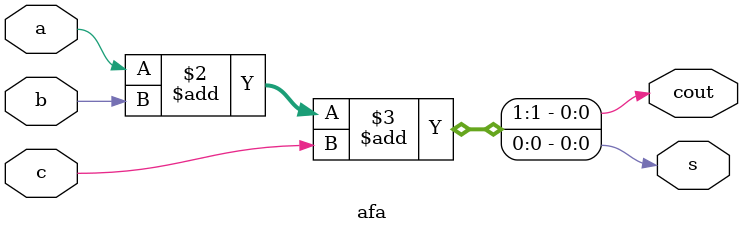
<source format=v>
module afa(
    input a , b , c,
    output reg cout , s 
);

always @ (a or b or c)
begin
    {cout,s} = a + b + c;
end

endmodule

</source>
